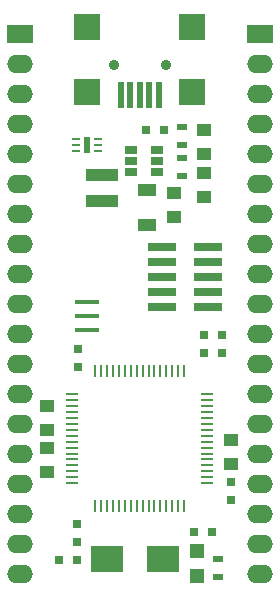
<source format=gts>
G04 #@! TF.FileFunction,Soldermask,Top*
%FSLAX46Y46*%
G04 Gerber Fmt 4.6, Leading zero omitted, Abs format (unit mm)*
G04 Created by KiCad (PCBNEW 0.201509300352+6225~30~ubuntu15.04.1-product) date Thu 01 Oct 2015 02:18:51 AM PDT*
%MOMM*%
G01*
G04 APERTURE LIST*
%ADD10C,0.100000*%
%ADD11R,2.400000X0.740000*%
%ADD12R,1.000000X0.250000*%
%ADD13R,0.250000X1.000000*%
%ADD14R,0.700000X0.250000*%
%ADD15R,0.610000X0.710000*%
%ADD16R,2.197100X2.197100*%
%ADD17R,0.497840X2.197100*%
%ADD18C,0.899160*%
%ADD19R,2.199640X1.524000*%
%ADD20O,2.199640X1.524000*%
%ADD21R,2.000000X0.400000*%
%ADD22R,2.800000X2.200000*%
%ADD23R,0.800000X0.750000*%
%ADD24R,1.250000X1.000000*%
%ADD25R,0.750000X0.800000*%
%ADD26R,1.600000X1.000000*%
%ADD27R,2.700000X1.000000*%
%ADD28R,0.900000X0.500000*%
%ADD29R,1.060000X0.650000*%
%ADD30R,1.198880X1.198880*%
G04 APERTURE END LIST*
D10*
D11*
X146640000Y-122174000D03*
X146640000Y-120904000D03*
X146640000Y-119634000D03*
X146640000Y-118364000D03*
X146640000Y-117094000D03*
X150540000Y-122174000D03*
X150540000Y-120904000D03*
X150540000Y-119634000D03*
X150540000Y-118364000D03*
X150540000Y-117094000D03*
D12*
X139080000Y-129600000D03*
X139080000Y-130100000D03*
X139080000Y-130600000D03*
X139080000Y-131100000D03*
X139080000Y-131600000D03*
X139080000Y-132100000D03*
X139080000Y-132600000D03*
X139080000Y-133100000D03*
X139080000Y-133600000D03*
X139080000Y-134100000D03*
X139080000Y-134600000D03*
X139080000Y-135100000D03*
X139080000Y-135600000D03*
X139080000Y-136100000D03*
X139080000Y-136600000D03*
X139080000Y-137100000D03*
D13*
X141030000Y-139050000D03*
X141530000Y-139050000D03*
X142030000Y-139050000D03*
X142530000Y-139050000D03*
X143030000Y-139050000D03*
X143530000Y-139050000D03*
X144030000Y-139050000D03*
X144530000Y-139050000D03*
X145030000Y-139050000D03*
X145530000Y-139050000D03*
X146030000Y-139050000D03*
X146530000Y-139050000D03*
X147030000Y-139050000D03*
X147530000Y-139050000D03*
X148030000Y-139050000D03*
X148530000Y-139050000D03*
D12*
X150480000Y-137100000D03*
X150480000Y-136600000D03*
X150480000Y-136100000D03*
X150480000Y-135600000D03*
X150480000Y-135100000D03*
X150480000Y-134600000D03*
X150480000Y-134100000D03*
X150480000Y-133600000D03*
X150480000Y-133100000D03*
X150480000Y-132600000D03*
X150480000Y-132100000D03*
X150480000Y-131600000D03*
X150480000Y-131100000D03*
X150480000Y-130600000D03*
X150480000Y-130100000D03*
X150480000Y-129600000D03*
D13*
X148530000Y-127650000D03*
X148030000Y-127650000D03*
X147530000Y-127650000D03*
X147030000Y-127650000D03*
X146530000Y-127650000D03*
X146030000Y-127650000D03*
X145530000Y-127650000D03*
X145030000Y-127650000D03*
X144530000Y-127650000D03*
X144030000Y-127650000D03*
X143530000Y-127650000D03*
X143030000Y-127650000D03*
X142530000Y-127650000D03*
X142030000Y-127650000D03*
X141530000Y-127650000D03*
X141030000Y-127650000D03*
D14*
X141260000Y-108984000D03*
X141260000Y-108484000D03*
X141260000Y-107984000D03*
X139410000Y-107984000D03*
X139410000Y-108484000D03*
X139410000Y-108984000D03*
D15*
X140335000Y-108129000D03*
X140335000Y-108839000D03*
D16*
X140350240Y-103949500D03*
D17*
X146377660Y-104228900D03*
X145577560Y-104228900D03*
X144780000Y-104228900D03*
X143982440Y-104228900D03*
X143182340Y-104228900D03*
D18*
X146977100Y-101701600D03*
X142580360Y-101701600D03*
D16*
X149209760Y-103949500D03*
X149209760Y-98450400D03*
X140350240Y-98450400D03*
D19*
X154940000Y-99060000D03*
D20*
X154940000Y-101600000D03*
X154940000Y-104140000D03*
X154940000Y-106680000D03*
X154940000Y-109220000D03*
X154940000Y-111760000D03*
X154940000Y-114300000D03*
X154940000Y-116840000D03*
X154940000Y-119380000D03*
X154940000Y-121920000D03*
X154940000Y-124460000D03*
X154940000Y-127000000D03*
X154940000Y-129540000D03*
X154940000Y-132080000D03*
X154940000Y-134620000D03*
X154940000Y-137160000D03*
X154940000Y-139700000D03*
X154940000Y-142240000D03*
X154940000Y-144780000D03*
D19*
X134620000Y-99060000D03*
D20*
X134620000Y-101600000D03*
X134620000Y-104140000D03*
X134620000Y-106680000D03*
X134620000Y-109220000D03*
X134620000Y-111760000D03*
X134620000Y-114300000D03*
X134620000Y-116840000D03*
X134620000Y-119380000D03*
X134620000Y-121920000D03*
X134620000Y-124460000D03*
X134620000Y-127000000D03*
X134620000Y-129540000D03*
X134620000Y-132080000D03*
X134620000Y-134620000D03*
X134620000Y-137160000D03*
X134620000Y-139700000D03*
X134620000Y-142240000D03*
X134620000Y-144780000D03*
D21*
X140335000Y-124136000D03*
X140335000Y-122936000D03*
X140335000Y-121736000D03*
D22*
X141999000Y-143510000D03*
X146799000Y-143510000D03*
D23*
X149364000Y-141224000D03*
X150864000Y-141224000D03*
D24*
X136906000Y-136128000D03*
X136906000Y-134128000D03*
X136906000Y-130572000D03*
X136906000Y-132572000D03*
X152527000Y-133493000D03*
X152527000Y-135493000D03*
D25*
X139573000Y-127242000D03*
X139573000Y-125742000D03*
D23*
X150253000Y-126111000D03*
X151753000Y-126111000D03*
D25*
X152527000Y-138545000D03*
X152527000Y-137045000D03*
D23*
X150253000Y-124587000D03*
X151753000Y-124587000D03*
D25*
X139446000Y-142101000D03*
X139446000Y-140601000D03*
D23*
X137934000Y-143637000D03*
X139434000Y-143637000D03*
D24*
X150241000Y-109204000D03*
X150241000Y-107204000D03*
X150241000Y-110887000D03*
X150241000Y-112887000D03*
D23*
X145300000Y-107188000D03*
X146800000Y-107188000D03*
D24*
X147701000Y-112538000D03*
X147701000Y-114538000D03*
D26*
X145415000Y-112292000D03*
X145415000Y-115292000D03*
D27*
X141605000Y-111041000D03*
X141605000Y-113241000D03*
D28*
X148336000Y-111113000D03*
X148336000Y-109613000D03*
X148336000Y-108446000D03*
X148336000Y-106946000D03*
D29*
X144061000Y-108905000D03*
X144061000Y-109855000D03*
X144061000Y-110805000D03*
X146261000Y-110805000D03*
X146261000Y-108905000D03*
X146261000Y-109855000D03*
D28*
X151384000Y-145022000D03*
X151384000Y-143522000D03*
D30*
X149606000Y-142841980D03*
X149606000Y-144940020D03*
M02*

</source>
